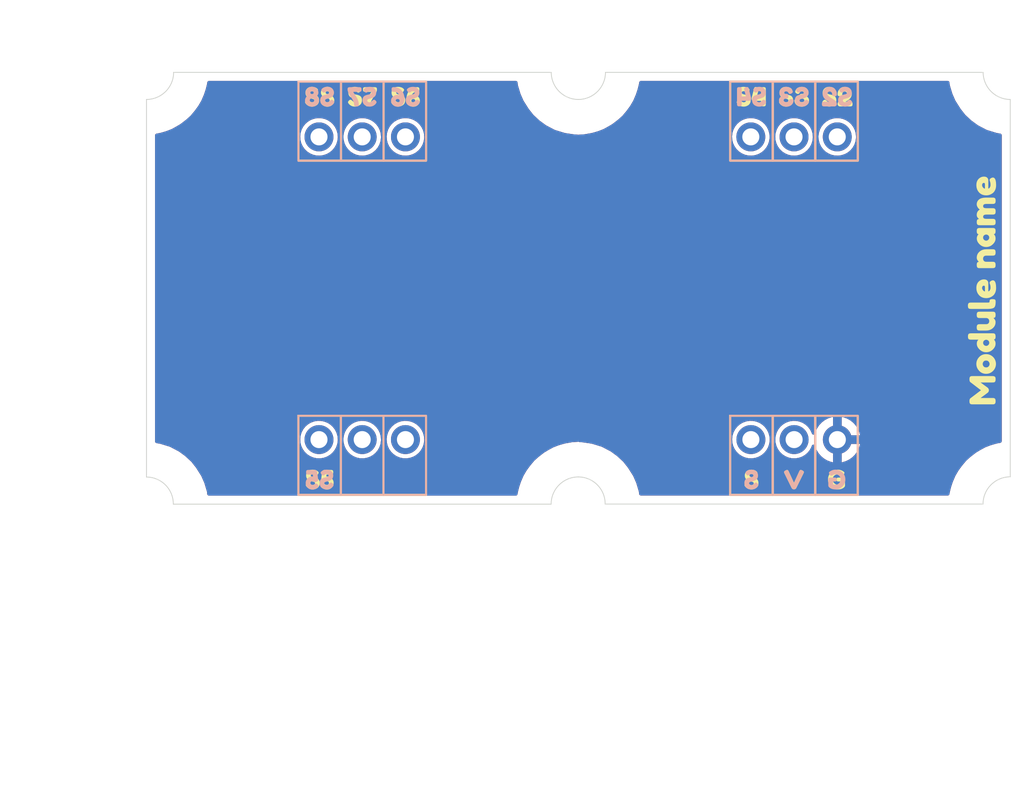
<source format=kicad_pcb>
(kicad_pcb (version 20241229) (generator "pcbnew") (generator_version "9.0")
  (title_block (title "PRODUCT NAME"))
  (layers (0 "F.Cu" signal) (2 "B.Cu" signal) (13 "F.Paste" user) (15 "B.Paste" user) (5 "F.SilkS" user "F.Silkscreen") (7 "B.SilkS" user "B.Silkscreen") (1 "F.Mask" user) (3 "B.Mask" user) (25 "Edge.Cuts" user))
  (net 0 "")
  (net 1 "GND")
  (net 2 "V")
  (net 3 "S2")
  (net 4 "S1")
  (net 5 "S4")
  (net 6 "S3")
  (net 7 "S8")
  (net 8 "S7")
  (net 9 "S6")
  (net 10 "S5")
  (footprint "Connector_PinHeader_2.54mm:PinHeader_1x03_P2.54mm_Vertical" (layer "B.Cu") (at 86.8342 36.8284 -90)
    (property "Reference" "J1" (hide yes))
    (property "Value" "UP (A)" (hide yes))
    (pad "1" thru_hole oval (at 0 0 270) (size 1.7 1.7) (drill 1) (layers "*.Cu" "*.Mask") (net 7 "S8"))
    (pad "2" thru_hole oval (at 0 -2.54 270) (size 1.7 1.7) (drill 1) (layers "*.Cu" "*.Mask") (net 8 "S7"))
    (pad "3" thru_hole oval (at 0 -5.08 270) (size 1.7 1.7) (drill 1) (layers "*.Cu" "*.Mask") (net 9 "S6"))
  )
  (footprint "Connector_PinHeader_2.54mm:PinHeader_1x03_P2.54mm_Vertical" (layer "B.Cu") (at 112.2142 54.6284 -90)
    (property "Reference" "J4" (hide yes))
    (property "Value" "DOWN (A)" (hide yes))
    (pad "1" thru_hole oval (at 0 0 270) (size 1.7 1.7) (drill 1) (layers "*.Cu" "*.Mask") (net 4 "S1"))
    (pad "2" thru_hole oval (at 0 -2.54 270) (size 1.7 1.7) (drill 1) (layers "*.Cu" "*.Mask") (net 2 "V"))
    (pad "3" thru_hole oval (at 0 -5.08 270) (size 1.7 1.7) (drill 1) (layers "*.Cu" "*.Mask") (net 1 "GND"))
  )
  (footprint "Connector_PinHeader_2.54mm:PinHeader_1x03_P2.54mm_Vertical" (layer "B.Cu") (at 86.8342 54.6284 -90)
    (property "Reference" "J2" (hide yes))
    (property "Value" "DOWN (A)" (hide yes))
    (pad "1" thru_hole oval (at 0 0 270) (size 1.7 1.7) (drill 1) (layers "*.Cu" "*.Mask") (net 10 "S5"))
    (pad "2" thru_hole oval (at 0 -2.54 270) (size 1.7 1.7) (drill 1) (layers "*.Cu" "*.Mask"))
    (pad "3" thru_hole oval (at 0 -5.08 270) (size 1.7 1.7) (drill 1) (layers "*.Cu" "*.Mask"))
  )
  (footprint "Connector_PinHeader_2.54mm:PinHeader_1x03_P2.54mm_Vertical" (layer "B.Cu") (at 112.2092 36.8284 -90)
    (property "Reference" "J3" (hide yes))
    (property "Value" "UP (A)" (hide yes))
    (pad "1" thru_hole oval (at 0 0 270) (size 1.7 1.7) (drill 1) (layers "*.Cu" "*.Mask") (net 5 "S4"))
    (pad "2" thru_hole oval (at 0 -2.54 270) (size 1.7 1.7) (drill 1) (layers "*.Cu" "*.Mask") (net 6 "S3"))
    (pad "3" thru_hole oval (at 0 -5.08 270) (size 1.7 1.7) (drill 1) (layers "*.Cu" "*.Mask") (net 3 "S2"))
  )
  (gr_rect (start 88.1242 53.2284) (end 90.6242 57.8784) (stroke (width 0.12)) (fill no) (layer "F.SilkS"))
  (gr_rect (start 110.9992 33.5784) (end 113.4992 38.2284) (stroke (width 0.12)) (fill no) (layer "F.SilkS"))
  (gr_rect (start 90.6292 33.5784) (end 93.1292 38.2284) (stroke (width 0.12)) (fill no) (layer "F.SilkS"))
  (gr_rect (start 113.4942 53.2284) (end 115.9942 57.8784) (stroke (width 0.12)) (fill no) (layer "F.SilkS"))
  (gr_rect (start 110.9942 53.2284) (end 113.4942 57.8784) (stroke (width 0.12)) (fill no) (layer "F.SilkS"))
  (gr_rect (start 115.9942 53.2284) (end 118.4942 57.8784) (stroke (width 0.12)) (fill no) (layer "F.SilkS"))
  (gr_rect (start 88.1292 33.5784) (end 90.6292 38.2284) (stroke (width 0.12)) (fill no) (layer "F.SilkS"))
  (gr_rect (start 85.6292 33.5784) (end 88.1292 38.2284) (stroke (width 0.12)) (fill no) (layer "F.SilkS"))
  (gr_rect (start 115.9992 33.5784) (end 118.4992 38.2284) (stroke (width 0.12)) (fill no) (layer "F.SilkS"))
  (gr_rect (start 90.6242 53.2284) (end 93.1242 57.8784) (stroke (width 0.12)) (fill no) (layer "F.SilkS"))
  (gr_rect (start 85.6242 53.2284) (end 88.1242 57.8784) (stroke (width 0.12)) (fill no) (layer "F.SilkS"))
  (gr_rect (start 113.4992 33.5784) (end 115.9992 38.2284) (stroke (width 0.12)) (fill no) (layer "F.SilkS"))
  (gr_rect (start 90.6242 53.2284) (end 93.1242 57.8784) (stroke (width 0.12)) (fill no) (layer "B.SilkS"))
  (gr_rect (start 113.4942 33.5784) (end 115.9942 38.2284) (stroke (width 0.12)) (fill no) (layer "B.SilkS"))
  (gr_rect (start 85.6242 53.2284) (end 88.1242 57.8784) (stroke (width 0.12)) (fill no) (layer "B.SilkS"))
  (gr_rect (start 110.9942 33.5784) (end 113.4942 38.2284) (stroke (width 0.12)) (fill no) (layer "B.SilkS"))
  (gr_rect (start 88.1242 53.2284) (end 90.6242 57.8784) (stroke (width 0.12)) (fill no) (layer "B.SilkS"))
  (gr_rect (start 115.9942 33.5784) (end 118.4942 38.2284) (stroke (width 0.12)) (fill no) (layer "B.SilkS"))
  (gr_rect (start 115.9942 53.2284) (end 118.4942 57.8784) (stroke (width 0.12)) (fill no) (layer "B.SilkS"))
  (gr_rect (start 110.9942 53.2284) (end 113.4942 57.8784) (stroke (width 0.12)) (fill no) (layer "B.SilkS"))
  (gr_rect (start 85.6242 33.5784) (end 88.1242 38.2284) (stroke (width 0.12)) (fill no) (layer "B.SilkS"))
  (gr_rect (start 113.4942 53.2284) (end 115.9942 57.8784) (stroke (width 0.12)) (fill no) (layer "B.SilkS"))
  (gr_rect (start 88.1242 33.5784) (end 90.6242 38.2284) (stroke (width 0.12)) (fill no) (layer "B.SilkS"))
  (gr_rect (start 90.6242 33.5784) (end 93.1242 38.2284) (stroke (width 0.12)) (fill no) (layer "B.SilkS"))
  (gr_line (start 76.6992 34.6284) (end 76.6992 56.829712) (stroke (width 0.05)) (layer "Edge.Cuts"))
  (gr_line (start 78.2742 58.4234) (end 100.4752 58.4236) (stroke (width 0.05)) (layer "Edge.Cuts"))
  (gr_arc (start 100.4752 58.4236) (mid 100.943888 57.292088) (end 102.0754 56.8234) (stroke (width 0.05)) (layer "Edge.Cuts"))
  (gr_arc (start 78.292888 33.034712) (mid 77.824209 34.159717) (end 76.6992 34.6284) (stroke (width 0.05)) (layer "Edge.Cuts"))
  (gr_arc (start 102.0754 34.6286) (mid 100.950383 34.159926) (end 100.481712 33.034912) (stroke (width 0.05)) (layer "Edge.Cuts"))
  (gr_arc (start 102.0754 56.8234) (mid 103.193788 57.293236) (end 103.6504 58.417088) (stroke (width 0.05)) (layer "Edge.Cuts"))
  (gr_arc (start 103.669088 33.034912) (mid 103.200407 34.159919) (end 102.0754 34.6286) (stroke (width 0.05)) (layer "Edge.Cuts"))
  (gr_arc (start 127.4554 34.6286) (mid 126.330385 34.159927) (end 125.861712 33.034912) (stroke (width 0.05)) (layer "Edge.Cuts"))
  (gr_line (start 100.481712 33.034912) (end 78.292888 33.034712) (stroke (width 0.05)) (layer "Edge.Cuts"))
  (gr_line (start 125.861712 33.034912) (end 103.669088 33.034912) (stroke (width 0.05)) (layer "Edge.Cuts"))
  (gr_arc (start 125.8552 58.417088) (mid 126.323888 57.285576) (end 127.4554 56.816888) (stroke (width 0.05)) (layer "Edge.Cuts"))
  (gr_arc (start 76.6992 56.829712) (mid 77.817618 57.299535) (end 78.2742 58.4234) (stroke (width 0.05)) (layer "Edge.Cuts"))
  (gr_line (start 103.6504 58.417088) (end 125.8552 58.417088) (stroke (width 0.05)) (layer "Edge.Cuts"))
  (gr_line (start 127.4554 34.6286) (end 127.4554 56.816888) (stroke (width 0.05)) (layer "Edge.Cuts"))
  (gr_text "S2" (at 117.2892 34.5784 0) (layer "F.SilkS") (effects (font (size 1.1 1.1) (thickness 0.275) (bold yes))))
  (gr_text "S6" (at 91.9192 34.5784 0) (layer "F.SilkS") (effects (font (size 1.1 1.1) (thickness 0.275) (bold yes))))
  (gr_text "S" (at 112.2442 57.0884 0) (layer "F.SilkS") (effects (font (size 1.1 1.1) (thickness 0.275) (bold yes))))
  (gr_text "" (at 69.2742 75.4784 180) (layer "F.SilkS") (effects (font (size 1.27 1.27) (thickness 0.2))))
  (gr_text "S3" (at 114.7492 34.5784 0) (layer "F.SilkS") (effects (font (size 1.1 1.1) (thickness 0.275) (bold yes))))
  (gr_text "V" (at 114.7442 57.0984 0) (layer "F.SilkS") (effects (font (size 1.1 1.1) (thickness 0.275) (bold yes))))
  (gr_text "S8" (at 86.8742 34.5784 0) (layer "F.SilkS") (effects (font (size 1.1 1.1) (thickness 0.275) (bold yes))))
  (gr_text "S7" (at 89.3792 34.5784 0) (layer "F.SilkS") (effects (font (size 1.1 1.1) (thickness 0.275) (bold yes))))
  (gr_text "Module name" (at 125.9742 45.8784 90) (layer "F.SilkS") (effects (font (size 1.5 1.5) (thickness 0.3) (bold yes))))
  (gr_text "S5" (at 86.8742 57.0884 0) (layer "F.SilkS") (effects (font (size 1.1 1.1) (thickness 0.275) (bold yes))))
  (gr_text "S4" (at 112.2442 34.5784 0) (layer "F.SilkS") (effects (font (size 1.1 1.1) (thickness 0.275) (bold yes))))
  (gr_text "G" (at 117.2542 57.0884 0) (layer "F.SilkS") (effects (font (size 1.1 1.1) (thickness 0.275) (bold yes))))
  (gr_text "S" (at 112.2442 57.0884 -0) (layer "B.SilkS") (effects (font (size 1.1 1.1) (thickness 0.275) (bold yes)) (justify mirror)))
  (gr_text "S4" (at 112.2442 34.5784 -0) (layer "B.SilkS") (effects (font (size 1.1 1.1) (thickness 0.275) (bold yes)) (justify mirror)))
  (gr_text "G" (at 117.2542 57.0884 -0) (layer "B.SilkS") (effects (font (size 1.1 1.1) (thickness 0.275) (bold yes)) (justify mirror)))
  (gr_text "S3" (at 114.7442 34.5784 -0) (layer "B.SilkS") (effects (font (size 1.1 1.1) (thickness 0.275) (bold yes)) (justify mirror)))
  (gr_text "S5" (at 86.8742 57.0884 0) (layer "B.SilkS") (effects (font (size 1.1 1.1) (thickness 0.275) (bold yes)) (justify mirror)))
  (gr_text "S7" (at 89.3742 34.5784 0) (layer "B.SilkS") (effects (font (size 1.1 1.1) (thickness 0.275) (bold yes)) (justify mirror)))
  (gr_text "S8" (at 86.8742 34.5784 0) (layer "B.SilkS") (effects (font (size 1.1 1.1) (thickness 0.275) (bold yes)) (justify mirror)))
  (gr_text "S2" (at 117.2842 34.5784 -0) (layer "B.SilkS") (effects (font (size 1.1 1.1) (thickness 0.275) (bold yes)) (justify mirror)))
  (gr_text "V" (at 114.7442 57.0984 -0) (layer "B.SilkS") (effects (font (size 1.1 1.1) (thickness 0.275) (bold yes)) (justify mirror)))
  (gr_text "S6" (at 91.9142 34.5784 0) (layer "B.SilkS") (effects (font (size 1.1 1.1) (thickness 0.275) (bold yes)) (justify mirror)))
  (zone (net 0) (net_name "") (layers "F.Cu" "B.Cu") (connect_pads (clearance 0)) (min_thickness 0.254)
    (keepout (tracks not_allowed) (vias not_allowed) (pads allowed) (copperpour not_allowed) (footprints allowed))
    (fill (thermal_gap 0.508) (thermal_bridge_width 0.508))
    (polygon (pts (xy 76.6696 54.7654) (xy 76.9744 54.7908) (xy 77.4824 54.867) (xy 78.0666 55.0448) (xy 78.6 55.3242) (xy 78.981 55.6036) (xy 79.3366 55.9338) (xy 79.616 56.2894) (xy 79.9208 56.772) (xy 80.0986 57.1784) (xy 80.251 57.6864) (xy 80.3018 58.169) (xy 80.3272 58.4484) (xy 76.6696 58.4484)))
  )
  (zone (net 0) (net_name "") (layers "F.Cu" "B.Cu") (connect_pads (clearance 0)) (min_thickness 0.254)
    (keepout (tracks not_allowed) (vias not_allowed) (pads allowed) (copperpour not_allowed) (footprints allowed))
    (fill (thermal_gap 0.508) (thermal_bridge_width 0.508))
    (polygon (pts (xy 127.4804 58.437) (xy 123.8228 58.437) (xy 123.8482 58.056) (xy 123.899 57.7258) (xy 123.9752 57.421) (xy 124.0768 57.1162) (xy 124.2292 56.7606) (xy 124.407 56.4558) (xy 124.6102 56.1764) (xy 124.8642 55.8716) (xy 125.1182 55.643) (xy 125.4484 55.389) (xy 125.7024 55.2366) (xy 125.9818 55.0842) (xy 126.312 54.9572) (xy 126.6676 54.8556) (xy 127.0994 54.7794) (xy 127.4804 54.754)))
  )
  (zone (net 0) (net_name "") (layers "F.Cu" "B.Cu") (connect_pads (clearance 0)) (min_thickness 0.254)
    (keepout (tracks not_allowed) (vias not_allowed) (pads allowed) (copperpour not_allowed) (footprints allowed))
    (fill (thermal_gap 0.508) (thermal_bridge_width 0.508))
    (polygon (pts (xy 102.1004 58.437) (xy 98.4428 58.437) (xy 98.4682 58.056) (xy 98.519 57.7258) (xy 98.5952 57.421) (xy 98.6968 57.1162) (xy 98.8492 56.7606) (xy 99.027 56.4558) (xy 99.2302 56.1764) (xy 99.4842 55.8716) (xy 99.7382 55.643) (xy 100.0684 55.389) (xy 100.3224 55.2366) (xy 100.6018 55.0842) (xy 100.932 54.9572) (xy 101.2876 54.8556) (xy 101.7194 54.7794) (xy 102.1004 54.754)))
  )
  (zone (net 0) (net_name "") (layers "F.Cu" "B.Cu") (connect_pads (clearance 0)) (min_thickness 0.254)
    (keepout (tracks not_allowed) (vias not_allowed) (pads allowed) (copperpour not_allowed) (footprints allowed))
    (fill (thermal_gap 0.508) (thermal_bridge_width 0.508))
    (polygon (pts (xy 127.4804 36.704512) (xy 127.1756 36.679112) (xy 126.6676 36.602912) (xy 126.0834 36.425112) (xy 125.55 36.145712) (xy 125.169 35.866312) (xy 124.8134 35.536112) (xy 124.534 35.180512) (xy 124.2292 34.697912) (xy 124.0514 34.291512) (xy 123.899 33.783512) (xy 123.8482 33.300912) (xy 123.8228 33.021512) (xy 127.4804 33.021512)))
  )
  (zone (net 0) (net_name "") (layers "F.Cu" "B.Cu") (connect_pads (clearance 0)) (min_thickness 0.254)
    (keepout (tracks not_allowed) (vias not_allowed) (pads allowed) (copperpour not_allowed) (footprints allowed))
    (fill (thermal_gap 0.508) (thermal_bridge_width 0.508))
    (polygon (pts (xy 76.6728 33.020287) (xy 80.3304 33.020287) (xy 80.305 33.401287) (xy 80.2542 33.731487) (xy 80.178 34.036287) (xy 80.0764 34.341087) (xy 79.924 34.696687) (xy 79.7462 35.001487) (xy 79.543 35.280887) (xy 79.289 35.585687) (xy 79.035 35.814287) (xy 78.7048 36.068287) (xy 78.4508 36.220687) (xy 78.1714 36.373087) (xy 77.8412 36.500087) (xy 77.4856 36.601687) (xy 77.0538 36.677887) (xy 76.6728 36.703287)))
  )
  (zone (net 0) (net_name "") (layers "F.Cu" "B.Cu") (connect_pads (clearance 0)) (min_thickness 0.254)
    (keepout (tracks not_allowed) (vias not_allowed) (pads allowed) (copperpour not_allowed) (footprints allowed))
    (fill (thermal_gap 0.508) (thermal_bridge_width 0.508))
    (polygon (pts (xy 102.0528 33.020287) (xy 105.7104 33.020287) (xy 105.685 33.401287) (xy 105.6342 33.731487) (xy 105.558 34.036287) (xy 105.4564 34.341087) (xy 105.304 34.696687) (xy 105.1262 35.001487) (xy 104.923 35.280887) (xy 104.669 35.585687) (xy 104.415 35.814287) (xy 104.0848 36.068287) (xy 103.8308 36.220687) (xy 103.5514 36.373087) (xy 103.2212 36.500087) (xy 102.8656 36.601687) (xy 102.4338 36.677887) (xy 102.0528 36.703287)))
  )
  (zone (net 0) (net_name "") (layers "F.Cu" "B.Cu") (connect_pads (clearance 0)) (min_thickness 0.254)
    (keepout (tracks not_allowed) (vias not_allowed) (pads allowed) (copperpour not_allowed) (footprints allowed))
    (fill (thermal_gap 0.508) (thermal_bridge_width 0.508))
    (polygon (pts (xy 102.1004 36.704512) (xy 101.7956 36.679112) (xy 101.2876 36.602912) (xy 100.7034 36.425112) (xy 100.17 36.145712) (xy 99.789 35.866312) (xy 99.4334 35.536112) (xy 99.154 35.180512) (xy 98.8492 34.697912) (xy 98.6714 34.291512) (xy 98.519 33.783512) (xy 98.4682 33.300912) (xy 98.4428 33.021512) (xy 102.1004 33.021512)))
  )
  (zone (net 1) (net_name "GND") (layers "F.Cu" "B.Cu") (connect_pads (clearance 0)) (min_thickness 0.2) (fill yes (thermal_gap 0.508) (thermal_bridge_width 0.508) (smoothing fillet) (radius 0.5))
    (polygon (pts (xy 128.2742 58.9784) (xy 75.9742 58.9784) (xy 75.9742 32.3784) (xy 128.2742 32.3784)))
  )
  (zone (net 0) (net_name "") (layers "F.Cu" "B.Cu") (connect_pads (clearance 0)) (min_thickness 0.254)
    (keepout (tracks not_allowed) (vias not_allowed) (pads allowed) (copperpour not_allowed) (footprints allowed))
    (fill (thermal_gap 0.508) (thermal_bridge_width 0.508))
    (polygon (pts (xy 102.0496 54.7654) (xy 102.3544 54.7908) (xy 102.8624 54.867) (xy 103.4466 55.0448) (xy 103.98 55.3242) (xy 104.361 55.6036) (xy 104.7166 55.9338) (xy 104.996 56.2894) (xy 105.3008 56.772) (xy 105.4786 57.1784) (xy 105.631 57.6864) (xy 105.6818 58.169) (xy 105.7072 58.4484) (xy 102.0496 58.4484)))
  )
)
</source>
